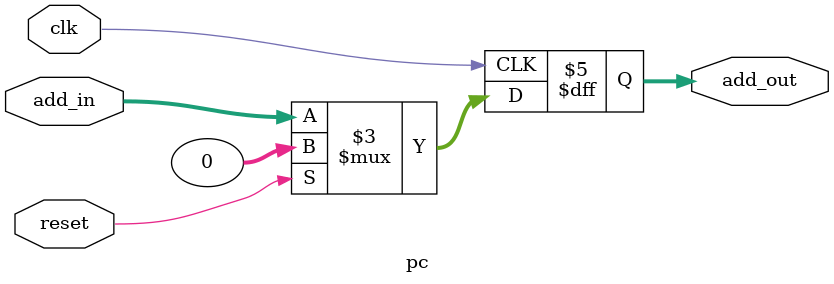
<source format=sv>
module pc (input logic [31:0] add_in, input logic clk, reset, output logic [31:0]add_out);

    always_ff @(posedge clk)
    begin
        if (reset)
        begin
            add_out <= 0;
        end
        else
        begin
            add_out <= add_in;
        end
    end

endmodule
</source>
